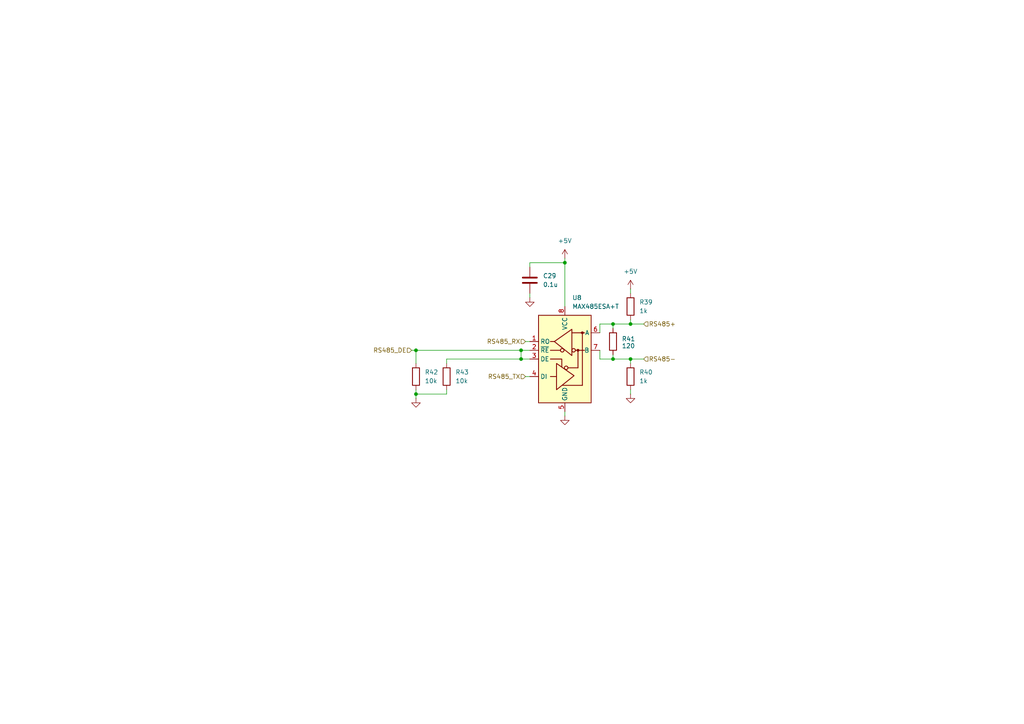
<source format=kicad_sch>
(kicad_sch
	(version 20250114)
	(generator "eeschema")
	(generator_version "9.0")
	(uuid "c8d969ac-feab-4332-b814-e932a67c6383")
	(paper "A4")
	(lib_symbols
		(symbol "Device:C"
			(pin_numbers
				(hide yes)
			)
			(pin_names
				(offset 0.254)
			)
			(exclude_from_sim no)
			(in_bom yes)
			(on_board yes)
			(property "Reference" "C"
				(at 0.635 2.54 0)
				(effects
					(font
						(size 1.27 1.27)
					)
					(justify left)
				)
			)
			(property "Value" "C"
				(at 0.635 -2.54 0)
				(effects
					(font
						(size 1.27 1.27)
					)
					(justify left)
				)
			)
			(property "Footprint" ""
				(at 0.9652 -3.81 0)
				(effects
					(font
						(size 1.27 1.27)
					)
					(hide yes)
				)
			)
			(property "Datasheet" "~"
				(at 0 0 0)
				(effects
					(font
						(size 1.27 1.27)
					)
					(hide yes)
				)
			)
			(property "Description" "Unpolarized capacitor"
				(at 0 0 0)
				(effects
					(font
						(size 1.27 1.27)
					)
					(hide yes)
				)
			)
			(property "ki_keywords" "cap capacitor"
				(at 0 0 0)
				(effects
					(font
						(size 1.27 1.27)
					)
					(hide yes)
				)
			)
			(property "ki_fp_filters" "C_*"
				(at 0 0 0)
				(effects
					(font
						(size 1.27 1.27)
					)
					(hide yes)
				)
			)
			(symbol "C_0_1"
				(polyline
					(pts
						(xy -2.032 0.762) (xy 2.032 0.762)
					)
					(stroke
						(width 0.508)
						(type default)
					)
					(fill
						(type none)
					)
				)
				(polyline
					(pts
						(xy -2.032 -0.762) (xy 2.032 -0.762)
					)
					(stroke
						(width 0.508)
						(type default)
					)
					(fill
						(type none)
					)
				)
			)
			(symbol "C_1_1"
				(pin passive line
					(at 0 3.81 270)
					(length 2.794)
					(name "~"
						(effects
							(font
								(size 1.27 1.27)
							)
						)
					)
					(number "1"
						(effects
							(font
								(size 1.27 1.27)
							)
						)
					)
				)
				(pin passive line
					(at 0 -3.81 90)
					(length 2.794)
					(name "~"
						(effects
							(font
								(size 1.27 1.27)
							)
						)
					)
					(number "2"
						(effects
							(font
								(size 1.27 1.27)
							)
						)
					)
				)
			)
			(embedded_fonts no)
		)
		(symbol "Device:R"
			(pin_numbers
				(hide yes)
			)
			(pin_names
				(offset 0)
			)
			(exclude_from_sim no)
			(in_bom yes)
			(on_board yes)
			(property "Reference" "R"
				(at 2.032 0 90)
				(effects
					(font
						(size 1.27 1.27)
					)
				)
			)
			(property "Value" "R"
				(at 0 0 90)
				(effects
					(font
						(size 1.27 1.27)
					)
				)
			)
			(property "Footprint" ""
				(at -1.778 0 90)
				(effects
					(font
						(size 1.27 1.27)
					)
					(hide yes)
				)
			)
			(property "Datasheet" "~"
				(at 0 0 0)
				(effects
					(font
						(size 1.27 1.27)
					)
					(hide yes)
				)
			)
			(property "Description" "Resistor"
				(at 0 0 0)
				(effects
					(font
						(size 1.27 1.27)
					)
					(hide yes)
				)
			)
			(property "ki_keywords" "R res resistor"
				(at 0 0 0)
				(effects
					(font
						(size 1.27 1.27)
					)
					(hide yes)
				)
			)
			(property "ki_fp_filters" "R_*"
				(at 0 0 0)
				(effects
					(font
						(size 1.27 1.27)
					)
					(hide yes)
				)
			)
			(symbol "R_0_1"
				(rectangle
					(start -1.016 -2.54)
					(end 1.016 2.54)
					(stroke
						(width 0.254)
						(type default)
					)
					(fill
						(type none)
					)
				)
			)
			(symbol "R_1_1"
				(pin passive line
					(at 0 3.81 270)
					(length 1.27)
					(name "~"
						(effects
							(font
								(size 1.27 1.27)
							)
						)
					)
					(number "1"
						(effects
							(font
								(size 1.27 1.27)
							)
						)
					)
				)
				(pin passive line
					(at 0 -3.81 90)
					(length 1.27)
					(name "~"
						(effects
							(font
								(size 1.27 1.27)
							)
						)
					)
					(number "2"
						(effects
							(font
								(size 1.27 1.27)
							)
						)
					)
				)
			)
			(embedded_fonts no)
		)
		(symbol "Interface_UART:MAX485E"
			(exclude_from_sim no)
			(in_bom yes)
			(on_board yes)
			(property "Reference" "U"
				(at -6.985 13.97 0)
				(effects
					(font
						(size 1.27 1.27)
					)
				)
			)
			(property "Value" "MAX485E"
				(at 1.905 13.97 0)
				(effects
					(font
						(size 1.27 1.27)
					)
					(justify left)
				)
			)
			(property "Footprint" "Package_SO:SOIC-8_3.9x4.9mm_P1.27mm"
				(at 0 -22.86 0)
				(effects
					(font
						(size 1.27 1.27)
					)
					(hide yes)
				)
			)
			(property "Datasheet" "https://datasheets.maximintegrated.com/en/ds/MAX1487E-MAX491E.pdf"
				(at 0 1.27 0)
				(effects
					(font
						(size 1.27 1.27)
					)
					(hide yes)
				)
			)
			(property "Description" "Half duplex RS-485/RS-422, 2.5 Mbps, ±15kV electro-static discharge (ESD) protection, no slew-rate, no low-power shutdown, with receiver/driver enable, 32 receiver drive capability, DIP-8 and SOIC-8"
				(at 0 0 0)
				(effects
					(font
						(size 1.27 1.27)
					)
					(hide yes)
				)
			)
			(property "ki_keywords" "transceiver"
				(at 0 0 0)
				(effects
					(font
						(size 1.27 1.27)
					)
					(hide yes)
				)
			)
			(property "ki_fp_filters" "DIP*W7.62mm* SOIC*3.9x4.9mm*P1.27mm*"
				(at 0 0 0)
				(effects
					(font
						(size 1.27 1.27)
					)
					(hide yes)
				)
			)
			(symbol "MAX485E_0_1"
				(rectangle
					(start -7.62 12.7)
					(end 7.62 -12.7)
					(stroke
						(width 0.254)
						(type default)
					)
					(fill
						(type background)
					)
				)
				(polyline
					(pts
						(xy -4.191 2.54) (xy -1.27 2.54)
					)
					(stroke
						(width 0.254)
						(type default)
					)
					(fill
						(type none)
					)
				)
				(polyline
					(pts
						(xy -4.191 0) (xy -0.889 0) (xy -0.889 -2.286)
					)
					(stroke
						(width 0.254)
						(type default)
					)
					(fill
						(type none)
					)
				)
				(polyline
					(pts
						(xy -3.175 5.08) (xy -4.191 5.08) (xy -4.064 5.08)
					)
					(stroke
						(width 0.254)
						(type default)
					)
					(fill
						(type none)
					)
				)
				(polyline
					(pts
						(xy -2.54 -5.08) (xy -4.191 -5.08)
					)
					(stroke
						(width 0.254)
						(type default)
					)
					(fill
						(type none)
					)
				)
				(polyline
					(pts
						(xy -2.413 -5.08) (xy -2.413 -1.27) (xy 2.667 -4.826) (xy -2.413 -8.89) (xy -2.413 -5.08)
					)
					(stroke
						(width 0.254)
						(type default)
					)
					(fill
						(type none)
					)
				)
				(polyline
					(pts
						(xy -0.635 -7.62) (xy 5.08 -7.62)
					)
					(stroke
						(width 0.254)
						(type default)
					)
					(fill
						(type none)
					)
				)
				(circle
					(center 0.381 -2.54)
					(radius 0.508)
					(stroke
						(width 0.254)
						(type default)
					)
					(fill
						(type none)
					)
				)
				(polyline
					(pts
						(xy 0.889 -2.54) (xy 3.81 -2.54)
					)
					(stroke
						(width 0.254)
						(type default)
					)
					(fill
						(type none)
					)
				)
				(polyline
					(pts
						(xy 2.032 7.62) (xy 5.715 7.62)
					)
					(stroke
						(width 0.254)
						(type default)
					)
					(fill
						(type none)
					)
				)
				(polyline
					(pts
						(xy 3.048 2.54) (xy 5.715 2.54)
					)
					(stroke
						(width 0.254)
						(type default)
					)
					(fill
						(type none)
					)
				)
				(circle
					(center 3.81 2.54)
					(radius 0.2794)
					(stroke
						(width 0.254)
						(type default)
					)
					(fill
						(type outline)
					)
				)
				(polyline
					(pts
						(xy 3.81 -2.54) (xy 3.81 2.54)
					)
					(stroke
						(width 0.254)
						(type default)
					)
					(fill
						(type none)
					)
				)
				(polyline
					(pts
						(xy 5.08 -7.62) (xy 5.08 7.62)
					)
					(stroke
						(width 0.254)
						(type default)
					)
					(fill
						(type none)
					)
				)
			)
			(symbol "MAX485E_1_1"
				(circle
					(center -0.762 2.54)
					(radius 0.508)
					(stroke
						(width 0.254)
						(type default)
					)
					(fill
						(type none)
					)
				)
				(polyline
					(pts
						(xy 2.032 4.826) (xy 2.032 8.636) (xy -3.048 5.08) (xy 2.032 1.016) (xy 2.032 4.826)
					)
					(stroke
						(width 0.254)
						(type default)
					)
					(fill
						(type none)
					)
				)
				(circle
					(center 2.54 2.54)
					(radius 0.508)
					(stroke
						(width 0.254)
						(type default)
					)
					(fill
						(type none)
					)
				)
				(circle
					(center 5.08 7.62)
					(radius 0.2794)
					(stroke
						(width 0.254)
						(type default)
					)
					(fill
						(type outline)
					)
				)
				(pin output line
					(at -10.16 5.08 0)
					(length 2.54)
					(name "RO"
						(effects
							(font
								(size 1.27 1.27)
							)
						)
					)
					(number "1"
						(effects
							(font
								(size 1.27 1.27)
							)
						)
					)
				)
				(pin input line
					(at -10.16 2.54 0)
					(length 2.54)
					(name "~{RE}"
						(effects
							(font
								(size 1.27 1.27)
							)
						)
					)
					(number "2"
						(effects
							(font
								(size 1.27 1.27)
							)
						)
					)
				)
				(pin input line
					(at -10.16 0 0)
					(length 2.54)
					(name "DE"
						(effects
							(font
								(size 1.27 1.27)
							)
						)
					)
					(number "3"
						(effects
							(font
								(size 1.27 1.27)
							)
						)
					)
				)
				(pin input line
					(at -10.16 -5.08 0)
					(length 2.54)
					(name "DI"
						(effects
							(font
								(size 1.27 1.27)
							)
						)
					)
					(number "4"
						(effects
							(font
								(size 1.27 1.27)
							)
						)
					)
				)
				(pin power_in line
					(at 0 15.24 270)
					(length 2.54)
					(name "VCC"
						(effects
							(font
								(size 1.27 1.27)
							)
						)
					)
					(number "8"
						(effects
							(font
								(size 1.27 1.27)
							)
						)
					)
				)
				(pin power_in line
					(at 0 -15.24 90)
					(length 2.54)
					(name "GND"
						(effects
							(font
								(size 1.27 1.27)
							)
						)
					)
					(number "5"
						(effects
							(font
								(size 1.27 1.27)
							)
						)
					)
				)
				(pin bidirectional line
					(at 10.16 7.62 180)
					(length 2.54)
					(name "A"
						(effects
							(font
								(size 1.27 1.27)
							)
						)
					)
					(number "6"
						(effects
							(font
								(size 1.27 1.27)
							)
						)
					)
				)
				(pin bidirectional line
					(at 10.16 2.54 180)
					(length 2.54)
					(name "B"
						(effects
							(font
								(size 1.27 1.27)
							)
						)
					)
					(number "7"
						(effects
							(font
								(size 1.27 1.27)
							)
						)
					)
				)
			)
			(embedded_fonts no)
		)
		(symbol "power:+5V"
			(power)
			(pin_numbers
				(hide yes)
			)
			(pin_names
				(offset 0)
				(hide yes)
			)
			(exclude_from_sim no)
			(in_bom yes)
			(on_board yes)
			(property "Reference" "#PWR"
				(at 0 -3.81 0)
				(effects
					(font
						(size 1.27 1.27)
					)
					(hide yes)
				)
			)
			(property "Value" "+5V"
				(at 0 3.556 0)
				(effects
					(font
						(size 1.27 1.27)
					)
				)
			)
			(property "Footprint" ""
				(at 0 0 0)
				(effects
					(font
						(size 1.27 1.27)
					)
					(hide yes)
				)
			)
			(property "Datasheet" ""
				(at 0 0 0)
				(effects
					(font
						(size 1.27 1.27)
					)
					(hide yes)
				)
			)
			(property "Description" "Power symbol creates a global label with name \"+5V\""
				(at 0 0 0)
				(effects
					(font
						(size 1.27 1.27)
					)
					(hide yes)
				)
			)
			(property "ki_keywords" "global power"
				(at 0 0 0)
				(effects
					(font
						(size 1.27 1.27)
					)
					(hide yes)
				)
			)
			(symbol "+5V_0_1"
				(polyline
					(pts
						(xy -0.762 1.27) (xy 0 2.54)
					)
					(stroke
						(width 0)
						(type default)
					)
					(fill
						(type none)
					)
				)
				(polyline
					(pts
						(xy 0 2.54) (xy 0.762 1.27)
					)
					(stroke
						(width 0)
						(type default)
					)
					(fill
						(type none)
					)
				)
				(polyline
					(pts
						(xy 0 0) (xy 0 2.54)
					)
					(stroke
						(width 0)
						(type default)
					)
					(fill
						(type none)
					)
				)
			)
			(symbol "+5V_1_1"
				(pin power_in line
					(at 0 0 90)
					(length 0)
					(name "~"
						(effects
							(font
								(size 1.27 1.27)
							)
						)
					)
					(number "1"
						(effects
							(font
								(size 1.27 1.27)
							)
						)
					)
				)
			)
			(embedded_fonts no)
		)
		(symbol "power:GND"
			(power)
			(pin_numbers
				(hide yes)
			)
			(pin_names
				(offset 0)
				(hide yes)
			)
			(exclude_from_sim no)
			(in_bom yes)
			(on_board yes)
			(property "Reference" "#PWR"
				(at 0 -6.35 0)
				(effects
					(font
						(size 1.27 1.27)
					)
					(hide yes)
				)
			)
			(property "Value" "GND"
				(at 0 -3.81 0)
				(effects
					(font
						(size 1.27 1.27)
					)
				)
			)
			(property "Footprint" ""
				(at 0 0 0)
				(effects
					(font
						(size 1.27 1.27)
					)
					(hide yes)
				)
			)
			(property "Datasheet" ""
				(at 0 0 0)
				(effects
					(font
						(size 1.27 1.27)
					)
					(hide yes)
				)
			)
			(property "Description" "Power symbol creates a global label with name \"GND\" , ground"
				(at 0 0 0)
				(effects
					(font
						(size 1.27 1.27)
					)
					(hide yes)
				)
			)
			(property "ki_keywords" "global power"
				(at 0 0 0)
				(effects
					(font
						(size 1.27 1.27)
					)
					(hide yes)
				)
			)
			(symbol "GND_0_1"
				(polyline
					(pts
						(xy 0 0) (xy 0 -1.27) (xy 1.27 -1.27) (xy 0 -2.54) (xy -1.27 -1.27) (xy 0 -1.27)
					)
					(stroke
						(width 0)
						(type default)
					)
					(fill
						(type none)
					)
				)
			)
			(symbol "GND_1_1"
				(pin power_in line
					(at 0 0 270)
					(length 0)
					(name "~"
						(effects
							(font
								(size 1.27 1.27)
							)
						)
					)
					(number "1"
						(effects
							(font
								(size 1.27 1.27)
							)
						)
					)
				)
			)
			(embedded_fonts no)
		)
	)
	(junction
		(at 151.13 104.14)
		(diameter 0)
		(color 0 0 0 0)
		(uuid "0a983fff-f509-46f7-9faf-606b53fd8baa")
	)
	(junction
		(at 151.13 101.6)
		(diameter 0)
		(color 0 0 0 0)
		(uuid "1d681b8c-acea-4d3d-a41b-03c389e1a132")
	)
	(junction
		(at 163.83 76.2)
		(diameter 0)
		(color 0 0 0 0)
		(uuid "386ae9cc-0452-45af-8d28-0298907d9543")
	)
	(junction
		(at 120.65 101.6)
		(diameter 0)
		(color 0 0 0 0)
		(uuid "4ecfbaa9-6496-4e19-a0be-e7f1ab801b52")
	)
	(junction
		(at 177.8 93.98)
		(diameter 0)
		(color 0 0 0 0)
		(uuid "5a7eb67e-f8a2-45d0-8155-37ee27cbd8d5")
	)
	(junction
		(at 182.88 93.98)
		(diameter 0)
		(color 0 0 0 0)
		(uuid "bcd667e7-a665-4e0b-8d55-7bcd72a2ce91")
	)
	(junction
		(at 120.65 114.3)
		(diameter 0)
		(color 0 0 0 0)
		(uuid "dc10fad8-cbe2-4fea-a274-b12fd2439cf6")
	)
	(junction
		(at 182.88 104.14)
		(diameter 0)
		(color 0 0 0 0)
		(uuid "ef238cdf-b51e-435f-8f43-792eb4f86b5b")
	)
	(junction
		(at 177.8 104.14)
		(diameter 0)
		(color 0 0 0 0)
		(uuid "fc5ccbb0-431c-4a80-977e-9dd53ab29b35")
	)
	(wire
		(pts
			(xy 120.65 113.03) (xy 120.65 114.3)
		)
		(stroke
			(width 0)
			(type default)
		)
		(uuid "0adb4c34-5285-49d7-9088-5f6d0c668dba")
	)
	(wire
		(pts
			(xy 182.88 93.98) (xy 182.88 92.71)
		)
		(stroke
			(width 0)
			(type default)
		)
		(uuid "1126ef62-787c-43e8-abe1-a230db3fa2a2")
	)
	(wire
		(pts
			(xy 120.65 101.6) (xy 151.13 101.6)
		)
		(stroke
			(width 0)
			(type default)
		)
		(uuid "12ed45db-445b-400e-aefe-530c8cea8c07")
	)
	(wire
		(pts
			(xy 182.88 105.41) (xy 182.88 104.14)
		)
		(stroke
			(width 0)
			(type default)
		)
		(uuid "1774a21f-83eb-4886-89f2-8536cbb52391")
	)
	(wire
		(pts
			(xy 177.8 104.14) (xy 182.88 104.14)
		)
		(stroke
			(width 0)
			(type default)
		)
		(uuid "24edbb89-b23d-4b5b-a5cb-9ad6edb77cce")
	)
	(wire
		(pts
			(xy 177.8 104.14) (xy 177.8 102.87)
		)
		(stroke
			(width 0)
			(type default)
		)
		(uuid "27c892e6-ce0e-4632-8fa7-5b311bc964e4")
	)
	(wire
		(pts
			(xy 153.67 104.14) (xy 151.13 104.14)
		)
		(stroke
			(width 0)
			(type default)
		)
		(uuid "28200177-25ac-4837-964e-094adfecd35e")
	)
	(wire
		(pts
			(xy 153.67 77.47) (xy 153.67 76.2)
		)
		(stroke
			(width 0)
			(type default)
		)
		(uuid "29f305f5-2784-4c66-9f3b-7cc0f3846b20")
	)
	(wire
		(pts
			(xy 163.83 119.38) (xy 163.83 120.65)
		)
		(stroke
			(width 0)
			(type default)
		)
		(uuid "2fe53bda-281e-4386-80a5-3361dd0ac77b")
	)
	(wire
		(pts
			(xy 163.83 74.93) (xy 163.83 76.2)
		)
		(stroke
			(width 0)
			(type default)
		)
		(uuid "5eb5100e-fd3e-46d3-b4b8-2ad33679e2e7")
	)
	(wire
		(pts
			(xy 177.8 93.98) (xy 177.8 95.25)
		)
		(stroke
			(width 0)
			(type default)
		)
		(uuid "64cbee63-0e25-4822-b1cc-e3a7b537944b")
	)
	(wire
		(pts
			(xy 120.65 101.6) (xy 120.65 105.41)
		)
		(stroke
			(width 0)
			(type default)
		)
		(uuid "66f12193-77c8-4cc5-abd8-b8124b893a18")
	)
	(wire
		(pts
			(xy 173.99 104.14) (xy 173.99 101.6)
		)
		(stroke
			(width 0)
			(type default)
		)
		(uuid "694c196b-65e8-4ba8-a330-f9a4eed40bb5")
	)
	(wire
		(pts
			(xy 182.88 93.98) (xy 186.69 93.98)
		)
		(stroke
			(width 0)
			(type default)
		)
		(uuid "6f8fe24d-72fa-47f2-8775-43a444928983")
	)
	(wire
		(pts
			(xy 129.54 104.14) (xy 151.13 104.14)
		)
		(stroke
			(width 0)
			(type default)
		)
		(uuid "717e6495-7e5f-4f4c-817e-e6e2690ac06f")
	)
	(wire
		(pts
			(xy 182.88 83.82) (xy 182.88 85.09)
		)
		(stroke
			(width 0)
			(type default)
		)
		(uuid "76048c2c-4584-4259-896f-b3649bad68ec")
	)
	(wire
		(pts
			(xy 153.67 101.6) (xy 151.13 101.6)
		)
		(stroke
			(width 0)
			(type default)
		)
		(uuid "82baad43-5247-4b14-9a6d-16a62bca134f")
	)
	(wire
		(pts
			(xy 129.54 113.03) (xy 129.54 114.3)
		)
		(stroke
			(width 0)
			(type default)
		)
		(uuid "854f5674-023d-4471-a9ad-3aa3beb8a37a")
	)
	(wire
		(pts
			(xy 177.8 93.98) (xy 182.88 93.98)
		)
		(stroke
			(width 0)
			(type default)
		)
		(uuid "a8379051-a8b4-4447-9676-5f79a3fc2f05")
	)
	(wire
		(pts
			(xy 152.4 109.22) (xy 153.67 109.22)
		)
		(stroke
			(width 0)
			(type default)
		)
		(uuid "ab1444b7-f578-49f1-bbaf-ee670efade8a")
	)
	(wire
		(pts
			(xy 177.8 104.14) (xy 173.99 104.14)
		)
		(stroke
			(width 0)
			(type default)
		)
		(uuid "ac8e040e-759a-4a5f-80f8-02931cb8bd16")
	)
	(wire
		(pts
			(xy 120.65 114.3) (xy 129.54 114.3)
		)
		(stroke
			(width 0)
			(type default)
		)
		(uuid "b8a78707-527c-4248-8cda-a87dd7f78709")
	)
	(wire
		(pts
			(xy 129.54 104.14) (xy 129.54 105.41)
		)
		(stroke
			(width 0)
			(type default)
		)
		(uuid "bad6d932-9419-417f-84ec-2c4e091bbe29")
	)
	(wire
		(pts
			(xy 173.99 93.98) (xy 177.8 93.98)
		)
		(stroke
			(width 0)
			(type default)
		)
		(uuid "bcb68252-c803-480c-b7c4-2185ba787180")
	)
	(wire
		(pts
			(xy 152.4 99.06) (xy 153.67 99.06)
		)
		(stroke
			(width 0)
			(type default)
		)
		(uuid "bcda67ec-6175-4a98-9727-8786a47c6270")
	)
	(wire
		(pts
			(xy 182.88 104.14) (xy 186.69 104.14)
		)
		(stroke
			(width 0)
			(type default)
		)
		(uuid "cf68d5c0-1948-4022-b24a-0178390a6e99")
	)
	(wire
		(pts
			(xy 153.67 76.2) (xy 163.83 76.2)
		)
		(stroke
			(width 0)
			(type default)
		)
		(uuid "de2885fc-7952-44a3-8f3f-b090f242717c")
	)
	(wire
		(pts
			(xy 182.88 113.03) (xy 182.88 114.3)
		)
		(stroke
			(width 0)
			(type default)
		)
		(uuid "ea536a05-9e48-478b-9ac9-3e0be92587ae")
	)
	(wire
		(pts
			(xy 151.13 104.14) (xy 151.13 101.6)
		)
		(stroke
			(width 0)
			(type default)
		)
		(uuid "efcde2fe-a33a-469c-8938-4e0db96737dd")
	)
	(wire
		(pts
			(xy 119.38 101.6) (xy 120.65 101.6)
		)
		(stroke
			(width 0)
			(type default)
		)
		(uuid "f23d8fa9-2338-4785-87ca-eea152e40619")
	)
	(wire
		(pts
			(xy 173.99 93.98) (xy 173.99 96.52)
		)
		(stroke
			(width 0)
			(type default)
		)
		(uuid "f5419727-8024-4403-873a-cd6d0fa0d124")
	)
	(wire
		(pts
			(xy 120.65 114.3) (xy 120.65 115.57)
		)
		(stroke
			(width 0)
			(type default)
		)
		(uuid "fe404628-3c98-49bc-9331-4ae2b9067b99")
	)
	(wire
		(pts
			(xy 163.83 76.2) (xy 163.83 88.9)
		)
		(stroke
			(width 0)
			(type default)
		)
		(uuid "ff297d3b-9ab3-4917-9d8b-e4f29c9eb65d")
	)
	(wire
		(pts
			(xy 153.67 85.09) (xy 153.67 86.36)
		)
		(stroke
			(width 0)
			(type default)
		)
		(uuid "ffd00b5a-f769-481b-8fac-2b07a212ca2f")
	)
	(hierarchical_label "RS485_DE"
		(shape input)
		(at 119.38 101.6 180)
		(effects
			(font
				(size 1.27 1.27)
			)
			(justify right)
		)
		(uuid "94c040b0-5166-4846-8a15-88ddfcd392d9")
	)
	(hierarchical_label "RS485+"
		(shape input)
		(at 186.69 93.98 0)
		(effects
			(font
				(size 1.27 1.27)
			)
			(justify left)
		)
		(uuid "be4b8f09-65c3-4ab4-b509-0546dd5f4236")
	)
	(hierarchical_label "RS485-"
		(shape input)
		(at 186.69 104.14 0)
		(effects
			(font
				(size 1.27 1.27)
			)
			(justify left)
		)
		(uuid "c9abae1f-d353-4956-8e2d-d0df3e08b9fa")
	)
	(hierarchical_label "RS485_TX"
		(shape input)
		(at 152.4 109.22 180)
		(effects
			(font
				(size 1.27 1.27)
			)
			(justify right)
		)
		(uuid "ed7d8d0a-6343-4ef1-9a53-f9cedd12fa7b")
	)
	(hierarchical_label "RS485_RX"
		(shape input)
		(at 152.4 99.06 180)
		(effects
			(font
				(size 1.27 1.27)
			)
			(justify right)
		)
		(uuid "fe083e23-db5b-46cc-817f-4cb69735a36a")
	)
	(symbol
		(lib_id "Device:R")
		(at 120.65 109.22 0)
		(unit 1)
		(exclude_from_sim no)
		(in_bom yes)
		(on_board yes)
		(dnp no)
		(fields_autoplaced yes)
		(uuid "15d90e76-68dd-4ef2-929a-7c5e016d8c9f")
		(property "Reference" "R42"
			(at 123.19 107.9499 0)
			(effects
				(font
					(size 1.27 1.27)
				)
				(justify left)
			)
		)
		(property "Value" "10k"
			(at 123.19 110.4899 0)
			(effects
				(font
					(size 1.27 1.27)
				)
				(justify left)
			)
		)
		(property "Footprint" "Resistor_SMD:R_0402_1005Metric"
			(at 118.872 109.22 90)
			(effects
				(font
					(size 1.27 1.27)
				)
				(hide yes)
			)
		)
		(property "Datasheet" "~"
			(at 120.65 109.22 0)
			(effects
				(font
					(size 1.27 1.27)
				)
				(hide yes)
			)
		)
		(property "Description" "Resistor"
			(at 120.65 109.22 0)
			(effects
				(font
					(size 1.27 1.27)
				)
				(hide yes)
			)
		)
		(pin "2"
			(uuid "0f96db32-b0de-4052-b80f-191ee65ca94b")
		)
		(pin "1"
			(uuid "095a4ac6-5baa-4c80-8800-95eaf92ab1a1")
		)
		(instances
			(project "Input_Eve_V1.0"
				(path "/519cd8d4-bb93-4bd2-8d6d-fc5bc7100516/34612951-0131-4aa2-b67b-9fc877e14dfe"
					(reference "R42")
					(unit 1)
				)
			)
		)
	)
	(symbol
		(lib_id "Device:R")
		(at 129.54 109.22 0)
		(unit 1)
		(exclude_from_sim no)
		(in_bom yes)
		(on_board yes)
		(dnp no)
		(fields_autoplaced yes)
		(uuid "316f52cf-1584-46fb-9fde-369cfad97324")
		(property "Reference" "R43"
			(at 132.08 107.9499 0)
			(effects
				(font
					(size 1.27 1.27)
				)
				(justify left)
			)
		)
		(property "Value" "10k"
			(at 132.08 110.4899 0)
			(effects
				(font
					(size 1.27 1.27)
				)
				(justify left)
			)
		)
		(property "Footprint" "Resistor_SMD:R_0402_1005Metric"
			(at 127.762 109.22 90)
			(effects
				(font
					(size 1.27 1.27)
				)
				(hide yes)
			)
		)
		(property "Datasheet" "~"
			(at 129.54 109.22 0)
			(effects
				(font
					(size 1.27 1.27)
				)
				(hide yes)
			)
		)
		(property "Description" "Resistor"
			(at 129.54 109.22 0)
			(effects
				(font
					(size 1.27 1.27)
				)
				(hide yes)
			)
		)
		(pin "2"
			(uuid "10d71fdf-c665-48c5-89d6-164579419fd1")
		)
		(pin "1"
			(uuid "d51a35a9-7706-4407-b163-b414c0fa9c10")
		)
		(instances
			(project "Input_Eve_V1.0"
				(path "/519cd8d4-bb93-4bd2-8d6d-fc5bc7100516/34612951-0131-4aa2-b67b-9fc877e14dfe"
					(reference "R43")
					(unit 1)
				)
			)
		)
	)
	(symbol
		(lib_id "power:+5V")
		(at 163.83 74.93 0)
		(unit 1)
		(exclude_from_sim no)
		(in_bom yes)
		(on_board yes)
		(dnp no)
		(fields_autoplaced yes)
		(uuid "389a8969-b8ce-40af-a07e-ce7c12a75ca8")
		(property "Reference" "#PWR044"
			(at 163.83 78.74 0)
			(effects
				(font
					(size 1.27 1.27)
				)
				(hide yes)
			)
		)
		(property "Value" "+5V"
			(at 163.83 69.85 0)
			(effects
				(font
					(size 1.27 1.27)
				)
			)
		)
		(property "Footprint" ""
			(at 163.83 74.93 0)
			(effects
				(font
					(size 1.27 1.27)
				)
				(hide yes)
			)
		)
		(property "Datasheet" ""
			(at 163.83 74.93 0)
			(effects
				(font
					(size 1.27 1.27)
				)
				(hide yes)
			)
		)
		(property "Description" "Power symbol creates a global label with name \"+5V\""
			(at 163.83 74.93 0)
			(effects
				(font
					(size 1.27 1.27)
				)
				(hide yes)
			)
		)
		(pin "1"
			(uuid "5801c311-392b-43b9-91a4-2cd86bac4f9d")
		)
		(instances
			(project "Input_Eve_V1.0"
				(path "/519cd8d4-bb93-4bd2-8d6d-fc5bc7100516/34612951-0131-4aa2-b67b-9fc877e14dfe"
					(reference "#PWR044")
					(unit 1)
				)
			)
		)
	)
	(symbol
		(lib_id "power:+5V")
		(at 182.88 83.82 0)
		(unit 1)
		(exclude_from_sim no)
		(in_bom yes)
		(on_board yes)
		(dnp no)
		(fields_autoplaced yes)
		(uuid "3d679c91-6ab9-4f42-b6ce-ad7b0861f2a8")
		(property "Reference" "#PWR048"
			(at 182.88 87.63 0)
			(effects
				(font
					(size 1.27 1.27)
				)
				(hide yes)
			)
		)
		(property "Value" "+5V"
			(at 182.88 78.74 0)
			(effects
				(font
					(size 1.27 1.27)
				)
			)
		)
		(property "Footprint" ""
			(at 182.88 83.82 0)
			(effects
				(font
					(size 1.27 1.27)
				)
				(hide yes)
			)
		)
		(property "Datasheet" ""
			(at 182.88 83.82 0)
			(effects
				(font
					(size 1.27 1.27)
				)
				(hide yes)
			)
		)
		(property "Description" "Power symbol creates a global label with name \"+5V\""
			(at 182.88 83.82 0)
			(effects
				(font
					(size 1.27 1.27)
				)
				(hide yes)
			)
		)
		(pin "1"
			(uuid "74140278-3057-4485-b2d9-aa1fb032cb8a")
		)
		(instances
			(project "Input_Eve_V1.0"
				(path "/519cd8d4-bb93-4bd2-8d6d-fc5bc7100516/34612951-0131-4aa2-b67b-9fc877e14dfe"
					(reference "#PWR048")
					(unit 1)
				)
			)
		)
	)
	(symbol
		(lib_id "power:GND")
		(at 120.65 115.57 0)
		(unit 1)
		(exclude_from_sim no)
		(in_bom yes)
		(on_board yes)
		(dnp no)
		(fields_autoplaced yes)
		(uuid "4a42de88-26ec-47fa-90b6-b9dbd7552d4e")
		(property "Reference" "#PWR050"
			(at 120.65 121.92 0)
			(effects
				(font
					(size 1.27 1.27)
				)
				(hide yes)
			)
		)
		(property "Value" "GND"
			(at 120.65 120.65 0)
			(effects
				(font
					(size 1.27 1.27)
				)
				(hide yes)
			)
		)
		(property "Footprint" ""
			(at 120.65 115.57 0)
			(effects
				(font
					(size 1.27 1.27)
				)
				(hide yes)
			)
		)
		(property "Datasheet" ""
			(at 120.65 115.57 0)
			(effects
				(font
					(size 1.27 1.27)
				)
				(hide yes)
			)
		)
		(property "Description" "Power symbol creates a global label with name \"GND\" , ground"
			(at 120.65 115.57 0)
			(effects
				(font
					(size 1.27 1.27)
				)
				(hide yes)
			)
		)
		(pin "1"
			(uuid "a8352e1a-8848-4515-9427-ee0f2dbc7670")
		)
		(instances
			(project "Input_Eve_V1.0"
				(path "/519cd8d4-bb93-4bd2-8d6d-fc5bc7100516/34612951-0131-4aa2-b67b-9fc877e14dfe"
					(reference "#PWR050")
					(unit 1)
				)
			)
		)
	)
	(symbol
		(lib_id "Device:C")
		(at 153.67 81.28 0)
		(unit 1)
		(exclude_from_sim no)
		(in_bom yes)
		(on_board yes)
		(dnp no)
		(fields_autoplaced yes)
		(uuid "4edf6cf7-11b5-4cc3-b4a3-e5734a80c25b")
		(property "Reference" "C29"
			(at 157.48 80.0099 0)
			(effects
				(font
					(size 1.27 1.27)
				)
				(justify left)
			)
		)
		(property "Value" "0.1u"
			(at 157.48 82.5499 0)
			(effects
				(font
					(size 1.27 1.27)
				)
				(justify left)
			)
		)
		(property "Footprint" "Capacitor_SMD:C_0402_1005Metric"
			(at 154.6352 85.09 0)
			(effects
				(font
					(size 1.27 1.27)
				)
				(hide yes)
			)
		)
		(property "Datasheet" "~"
			(at 153.67 81.28 0)
			(effects
				(font
					(size 1.27 1.27)
				)
				(hide yes)
			)
		)
		(property "Description" "Unpolarized capacitor"
			(at 153.67 81.28 0)
			(effects
				(font
					(size 1.27 1.27)
				)
				(hide yes)
			)
		)
		(pin "2"
			(uuid "c7351fbe-3195-4d9d-98a9-5a24bf67a3e9")
		)
		(pin "1"
			(uuid "838d01b6-4bb8-4797-af93-bf8f20304a03")
		)
		(instances
			(project "Input_Eve_V1.0"
				(path "/519cd8d4-bb93-4bd2-8d6d-fc5bc7100516/34612951-0131-4aa2-b67b-9fc877e14dfe"
					(reference "C29")
					(unit 1)
				)
			)
		)
	)
	(symbol
		(lib_id "Device:R")
		(at 182.88 88.9 0)
		(unit 1)
		(exclude_from_sim no)
		(in_bom yes)
		(on_board yes)
		(dnp no)
		(fields_autoplaced yes)
		(uuid "5515bdad-e5cf-4cdc-8de4-1a4de912c8e7")
		(property "Reference" "R39"
			(at 185.42 87.6299 0)
			(effects
				(font
					(size 1.27 1.27)
				)
				(justify left)
			)
		)
		(property "Value" "1k"
			(at 185.42 90.1699 0)
			(effects
				(font
					(size 1.27 1.27)
				)
				(justify left)
			)
		)
		(property "Footprint" "Resistor_SMD:R_0402_1005Metric"
			(at 181.102 88.9 90)
			(effects
				(font
					(size 1.27 1.27)
				)
				(hide yes)
			)
		)
		(property "Datasheet" "~"
			(at 182.88 88.9 0)
			(effects
				(font
					(size 1.27 1.27)
				)
				(hide yes)
			)
		)
		(property "Description" "Resistor"
			(at 182.88 88.9 0)
			(effects
				(font
					(size 1.27 1.27)
				)
				(hide yes)
			)
		)
		(pin "2"
			(uuid "a1b7c4b7-6688-4904-9bd2-25a4b9bcf8dc")
		)
		(pin "1"
			(uuid "9a504197-d69c-44c6-b03f-da7cbe9ebf4c")
		)
		(instances
			(project "Input_Eve_V1.0"
				(path "/519cd8d4-bb93-4bd2-8d6d-fc5bc7100516/34612951-0131-4aa2-b67b-9fc877e14dfe"
					(reference "R39")
					(unit 1)
				)
			)
		)
	)
	(symbol
		(lib_id "Device:R")
		(at 182.88 109.22 0)
		(unit 1)
		(exclude_from_sim no)
		(in_bom yes)
		(on_board yes)
		(dnp no)
		(fields_autoplaced yes)
		(uuid "828bb24d-db34-4937-80a9-75c0494d5b8d")
		(property "Reference" "R40"
			(at 185.42 107.9499 0)
			(effects
				(font
					(size 1.27 1.27)
				)
				(justify left)
			)
		)
		(property "Value" "1k"
			(at 185.42 110.4899 0)
			(effects
				(font
					(size 1.27 1.27)
				)
				(justify left)
			)
		)
		(property "Footprint" "Resistor_SMD:R_0402_1005Metric"
			(at 181.102 109.22 90)
			(effects
				(font
					(size 1.27 1.27)
				)
				(hide yes)
			)
		)
		(property "Datasheet" "~"
			(at 182.88 109.22 0)
			(effects
				(font
					(size 1.27 1.27)
				)
				(hide yes)
			)
		)
		(property "Description" "Resistor"
			(at 182.88 109.22 0)
			(effects
				(font
					(size 1.27 1.27)
				)
				(hide yes)
			)
		)
		(pin "2"
			(uuid "f54daa59-635f-4e40-9340-f87654ab55ae")
		)
		(pin "1"
			(uuid "c7ad47be-af2f-4109-b604-2198c6012822")
		)
		(instances
			(project "Input_Eve_V1.0"
				(path "/519cd8d4-bb93-4bd2-8d6d-fc5bc7100516/34612951-0131-4aa2-b67b-9fc877e14dfe"
					(reference "R40")
					(unit 1)
				)
			)
		)
	)
	(symbol
		(lib_id "power:GND")
		(at 163.83 120.65 0)
		(unit 1)
		(exclude_from_sim no)
		(in_bom yes)
		(on_board yes)
		(dnp no)
		(fields_autoplaced yes)
		(uuid "859f7ab5-66b4-450a-97f6-4797ba0a2741")
		(property "Reference" "#PWR046"
			(at 163.83 127 0)
			(effects
				(font
					(size 1.27 1.27)
				)
				(hide yes)
			)
		)
		(property "Value" "GND"
			(at 163.83 125.73 0)
			(effects
				(font
					(size 1.27 1.27)
				)
				(hide yes)
			)
		)
		(property "Footprint" ""
			(at 163.83 120.65 0)
			(effects
				(font
					(size 1.27 1.27)
				)
				(hide yes)
			)
		)
		(property "Datasheet" ""
			(at 163.83 120.65 0)
			(effects
				(font
					(size 1.27 1.27)
				)
				(hide yes)
			)
		)
		(property "Description" "Power symbol creates a global label with name \"GND\" , ground"
			(at 163.83 120.65 0)
			(effects
				(font
					(size 1.27 1.27)
				)
				(hide yes)
			)
		)
		(pin "1"
			(uuid "94281567-2862-49f5-bbc5-05a02036c511")
		)
		(instances
			(project "Input_Eve_V1.0"
				(path "/519cd8d4-bb93-4bd2-8d6d-fc5bc7100516/34612951-0131-4aa2-b67b-9fc877e14dfe"
					(reference "#PWR046")
					(unit 1)
				)
			)
		)
	)
	(symbol
		(lib_id "power:GND")
		(at 182.88 114.3 0)
		(unit 1)
		(exclude_from_sim no)
		(in_bom yes)
		(on_board yes)
		(dnp no)
		(fields_autoplaced yes)
		(uuid "91bca19f-fc75-46ac-b477-d37b6a509986")
		(property "Reference" "#PWR047"
			(at 182.88 120.65 0)
			(effects
				(font
					(size 1.27 1.27)
				)
				(hide yes)
			)
		)
		(property "Value" "GND"
			(at 182.88 119.38 0)
			(effects
				(font
					(size 1.27 1.27)
				)
				(hide yes)
			)
		)
		(property "Footprint" ""
			(at 182.88 114.3 0)
			(effects
				(font
					(size 1.27 1.27)
				)
				(hide yes)
			)
		)
		(property "Datasheet" ""
			(at 182.88 114.3 0)
			(effects
				(font
					(size 1.27 1.27)
				)
				(hide yes)
			)
		)
		(property "Description" "Power symbol creates a global label with name \"GND\" , ground"
			(at 182.88 114.3 0)
			(effects
				(font
					(size 1.27 1.27)
				)
				(hide yes)
			)
		)
		(pin "1"
			(uuid "5f091c58-8da7-4bd7-bb99-e74b25644621")
		)
		(instances
			(project "Input_Eve_V1.0"
				(path "/519cd8d4-bb93-4bd2-8d6d-fc5bc7100516/34612951-0131-4aa2-b67b-9fc877e14dfe"
					(reference "#PWR047")
					(unit 1)
				)
			)
		)
	)
	(symbol
		(lib_id "power:GND")
		(at 153.67 86.36 0)
		(unit 1)
		(exclude_from_sim no)
		(in_bom yes)
		(on_board yes)
		(dnp no)
		(fields_autoplaced yes)
		(uuid "b68da6ec-d545-4174-add3-c9f5a556da6d")
		(property "Reference" "#PWR045"
			(at 153.67 92.71 0)
			(effects
				(font
					(size 1.27 1.27)
				)
				(hide yes)
			)
		)
		(property "Value" "GND"
			(at 153.67 91.44 0)
			(effects
				(font
					(size 1.27 1.27)
				)
				(hide yes)
			)
		)
		(property "Footprint" ""
			(at 153.67 86.36 0)
			(effects
				(font
					(size 1.27 1.27)
				)
				(hide yes)
			)
		)
		(property "Datasheet" ""
			(at 153.67 86.36 0)
			(effects
				(font
					(size 1.27 1.27)
				)
				(hide yes)
			)
		)
		(property "Description" "Power symbol creates a global label with name \"GND\" , ground"
			(at 153.67 86.36 0)
			(effects
				(font
					(size 1.27 1.27)
				)
				(hide yes)
			)
		)
		(pin "1"
			(uuid "ba3812a1-d665-44e5-96c0-440fc56e188b")
		)
		(instances
			(project "Input_Eve_V1.0"
				(path "/519cd8d4-bb93-4bd2-8d6d-fc5bc7100516/34612951-0131-4aa2-b67b-9fc877e14dfe"
					(reference "#PWR045")
					(unit 1)
				)
			)
		)
	)
	(symbol
		(lib_id "Interface_UART:MAX485E")
		(at 163.83 104.14 0)
		(unit 1)
		(exclude_from_sim no)
		(in_bom yes)
		(on_board yes)
		(dnp no)
		(fields_autoplaced yes)
		(uuid "dbec73b6-74ad-4de3-a434-7dee1e19fd38")
		(property "Reference" "U8"
			(at 165.9733 86.36 0)
			(effects
				(font
					(size 1.27 1.27)
				)
				(justify left)
			)
		)
		(property "Value" "MAX485ESA+T"
			(at 165.9733 88.9 0)
			(effects
				(font
					(size 1.27 1.27)
				)
				(justify left)
			)
		)
		(property "Footprint" "Package_SO:SOIC-8_3.9x4.9mm_P1.27mm"
			(at 163.83 127 0)
			(effects
				(font
					(size 1.27 1.27)
				)
				(hide yes)
			)
		)
		(property "Datasheet" "https://datasheets.maximintegrated.com/en/ds/MAX1487E-MAX491E.pdf"
			(at 163.83 102.87 0)
			(effects
				(font
					(size 1.27 1.27)
				)
				(hide yes)
			)
		)
		(property "Description" "Half duplex RS-485/RS-422, 2.5 Mbps, ±15kV electro-static discharge (ESD) protection, no slew-rate, no low-power shutdown, with receiver/driver enable, 32 receiver drive capability, DIP-8 and SOIC-8"
			(at 163.83 104.14 0)
			(effects
				(font
					(size 1.27 1.27)
				)
				(hide yes)
			)
		)
		(pin "4"
			(uuid "e81f323a-29e9-4e48-ba33-5ca3143434a0")
		)
		(pin "3"
			(uuid "82ab8397-81b6-4adc-bc0c-0baf72f50f88")
		)
		(pin "6"
			(uuid "7a13514e-9082-4627-ae8e-4b75fe607761")
		)
		(pin "8"
			(uuid "c2e153dc-1c09-4d9c-a743-384350fe57aa")
		)
		(pin "5"
			(uuid "6c179e92-34b8-4759-9216-96bce3816553")
		)
		(pin "7"
			(uuid "9409a688-cbf7-4318-aa5b-868597db1513")
		)
		(pin "1"
			(uuid "70a7cb67-7142-4e9c-8980-0b959a1f798f")
		)
		(pin "2"
			(uuid "4bb3c977-3d53-493a-ade3-3a63c80dc3b7")
		)
		(instances
			(project "Input_Eve_V1.0"
				(path "/519cd8d4-bb93-4bd2-8d6d-fc5bc7100516/34612951-0131-4aa2-b67b-9fc877e14dfe"
					(reference "U8")
					(unit 1)
				)
			)
		)
	)
	(symbol
		(lib_id "Device:R")
		(at 177.8 99.06 0)
		(unit 1)
		(exclude_from_sim no)
		(in_bom yes)
		(on_board yes)
		(dnp no)
		(uuid "dbedac9a-8bfc-4c03-acf7-91d858431ce0")
		(property "Reference" "R41"
			(at 180.34 98.298 0)
			(effects
				(font
					(size 1.27 1.27)
				)
				(justify left)
			)
		)
		(property "Value" "120"
			(at 180.34 100.3299 0)
			(effects
				(font
					(size 1.27 1.27)
				)
				(justify left)
			)
		)
		(property "Footprint" "Resistor_SMD:R_0402_1005Metric"
			(at 176.022 99.06 90)
			(effects
				(font
					(size 1.27 1.27)
				)
				(hide yes)
			)
		)
		(property "Datasheet" "~"
			(at 177.8 99.06 0)
			(effects
				(font
					(size 1.27 1.27)
				)
				(hide yes)
			)
		)
		(property "Description" "Resistor"
			(at 177.8 99.06 0)
			(effects
				(font
					(size 1.27 1.27)
				)
				(hide yes)
			)
		)
		(pin "2"
			(uuid "562123e6-9846-4d0d-8b16-9c3ce2127799")
		)
		(pin "1"
			(uuid "16ee080f-04a4-4226-9ea1-da17c39fd5b0")
		)
		(instances
			(project "Input_Eve_V1.0"
				(path "/519cd8d4-bb93-4bd2-8d6d-fc5bc7100516/34612951-0131-4aa2-b67b-9fc877e14dfe"
					(reference "R41")
					(unit 1)
				)
			)
		)
	)
)

</source>
